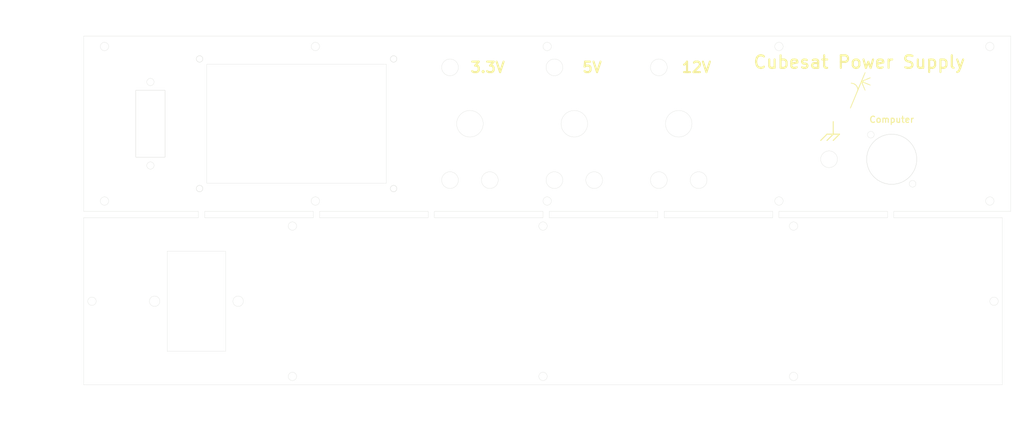
<source format=kicad_pcb>
(kicad_pcb (version 20211014) (generator pcbnew)
  (layers (0 "F.Cu" signal) (31 "B.Cu" signal) (34 "B.Paste" user) (35 "F.Paste" user) (36 "B.SilkS" user "B.Silkscreen") (37 "F.SilkS" user "F.Silkscreen") (38 "B.Mask" user) (39 "F.Mask" user) (44 "Edge.Cuts" user))
  (net 0 "")
  (footprint "LOGO" (layer "F.Cu") (at 452.196 102.520907)
    (fp_text reference "G***")
    (fp_text value "LOGO" hide)
    (fp_poly (pts (xy 2.169116 -5.215575) (xy 2.219106 -5.180761) (xy 2.227518 -5.094701) (xy 2.180634 -4.899819) (xy 2.075002 -4.586326) (xy 1.90717 -4.144434) (xy 1.673685 -3.564358) (xy 1.505967 -3.158685) (xy 1.285495 -2.626482) (xy 1.089696 -2.148422) (xy 0.92714 -1.745885) (xy 0.806401 -1.440246) (xy 0.73605 -1.252884) (xy 0.721613 -1.202661) (xy 0.80187 -1.226621) (xy 1.016493 -1.307352) (xy 1.343666 -1.436191) (xy 1.761576 -1.604473) (xy 2.248408 -1.803537) (xy 2.58705 -1.943495) (xy 3.115874 -2.160303) (xy 3.598754 -2.353298) (xy 4.01177 -2.51332) (xy 4.331002 -2.631209) (xy 4.532533 -2.697806) (xy 4.586989 -2.709334) (xy 4.718549 -2.64193) (xy 4.741333 -2.552995) (xy 4.710937 -2.489583) (xy 4.609255 -2.408444) (xy 4.420543 -2.30179) (xy 4.129059 -2.161831) (xy 3.719059 -1.980778) (xy 3.174801 -1.75084) (xy 2.83783 -1.611154) (xy 2.31242 -1.391371) (xy 1.845602 -1.190395) (xy 1.458167 -1.01765) (xy 1.170907 -0.882558) (xy 1.004612 -0.794542) (xy 0.971586 -0.765366) (xy 1.057284 -0.717396) (xy 1.277569 -0.615452) (xy 1.610131 -0.469247) (xy 2.032658 -0.288497) (xy 2.522839 -0.082915) (xy 2.843338 0.049626) (xy 3.364579 0.267919) (xy 3.83193 0.471002) (xy 4.222919 0.648508) (xy 4.515072 0.790068) (xy 4.685916 0.885314) (xy 4.720824 0.915857) (xy 4.707555 1.068462) (xy 4.672363 1.118836) (xy 4.586902 1.128158) (xy 4.394631 1.082717) (xy 4.085221 0.978893) (xy 3.648345 0.813066) (xy 3.073678 0.581615) (xy 2.70595 0.429538) (xy 2.180759 0.21342) (xy 1.70856 0.02403) (xy 1.311325 -0.130223) (xy 1.011027 -0.240928) (xy 0.829639 -0.299674) (xy 0.785385 -0.305609) (xy 0.803688 -0.218037) (xy 0.879487 0.003551) (xy 1.004407 0.337176) (xy 1.170073 0.760859) (xy 1.368109 1.25262) (xy 1.518107 1.617381) (xy 1.779678 2.255918) (xy 1.975222 2.75426) (xy 2.108238 3.126615) (xy 2.182221 3.387189) (xy 2.20067 3.550191) (xy 2.16708 3.629828) (xy 2.08495 3.640308) (xy 2.010558 3.618065) (xy 1.943114 3.528875) (xy 1.825101 3.307296) (xy 1.668398 2.978336) (xy 1.484883 2.567005) (xy 1.286434 2.098311) (xy 1.271326 2.061656) (xy 1.000508 1.403187) (xy 0.787042 0.885493) (xy 0.623438 0.492926) (xy 0.502207 0.209833) (xy 0.415858 0.020566) (xy 0.356903 -0.090527) (xy 0.317852 -0.139096) (xy 0.291215 -0.140792) (xy 0.269503 -0.111265) (xy 0.249492 -0.073605) (xy 0.205442 0.025077) (xy 0.101911 0.267886) (xy -0.05594 0.642444) (xy -0.262946 1.13637) (xy -0.513943 1.737284) (xy -0.803768 2.432806) (xy -1.127257 3.210556) (xy -1.479246 4.058156) (xy -1.854572 4.963224) (xy -2.24807 5.913381) (xy -2.293139 6.022285) (xy -2.688299 6.975896) (xy -3.066109 7.885073) (xy -3.421393 8.737518) (xy -3.748977 9.520933) (xy -4.043684 10.223019) (xy -4.300339 10.831479) (xy -4.513767 11.334014) (xy -4.678792 11.718325) (xy -4.790238 11.972115) (xy -4.842931 12.083086) (xy -4.845016 12.086166) (xy -4.987603 12.185951) (xy -5.103752 12.12529) (xy -5.133332 12.066869) (xy -5.119443 11.9472) (xy -5.048522 11.703796) (xy -4.931128 11.368176) (xy -4.777825 10.971862) (xy -4.714897 10.818036) (xy -4.194726 9.565077) (xy -3.735547 8.458899) (xy -3.333625 7.48981) (xy -2.985223 6.648117) (xy -2.686607 5.924127) (xy -2.434041 5.308147) (xy -2.223789 4.790486) (xy -2.052116 4.361449) (xy -1.915286 4.011345) (xy -1.809564 3.730481) (xy -1.731214 3.509164) (xy -1.676501 3.337701) (xy -1.641688 3.2064) (xy -1.623042 3.105568) (xy -1.616825 3.025513) (xy -1.619303 2.956541) (xy -1.626739 2.888959) (xy -1.634249 2.824599) (xy -1.74385 2.356689) (xy -1.961455 1.858593) (xy -2.253928 1.393686) (xy -2.56363 1.047057) (xy -3.046338 0.700837) (xy -3.616245 0.433192) (xy -4.199414 0.27732) (xy -4.310942 0.2625) (xy -4.585192 0.223879) (xy -4.728757 0.171837) (xy -4.780224 0.088401) (xy -4.783667 0.042333) (xy -4.763194 -0.057498) (xy -4.674161 -0.105954) (xy -4.475148 -0.11816) (xy -4.349704 -0.116138) (xy -3.691629 -0.018173) (xy -3.055144 0.230639) (xy -2.4719 0.612114) (xy -1.973547 1.108065) (xy -1.792329 1.353348) (xy -1.612729 1.646002) (xy -1.470368 1.921262) (xy -1.39714 2.116031) (xy -1.339679 2.293924) (xy -1.27845 2.370599) (xy -1.276958 2.370666) (xy -1.232851 2.294817) (xy -1.131146 2.077346) (xy -0.978336 1.733364) (xy -0.780916 1.277985) (xy -0.545381 0.726321) (xy -0.278223 0.093485) (xy 0.014063 -0.60541) (xy 0.324983 -1.355253) (xy 0.346148 -1.406522) (xy 0.659514 -2.161271) (xy 0.956387 -2.867551) (xy 1.230052 -3.509997) (xy 1.473793 -4.073248) (xy 1.680894 -4.541943) (xy 1.844641 -4.900717) (xy 1.958317 -5.134209) (xy 2.015209 -5.227056) (xy 2.016524 -5.227765)) (layer "F.SilkS") (width 0) (fill solid))
  )
  (gr_line (start 436 127) (end 442 127) (layer "F.SilkS") (width 0.5))
  (gr_line (start 439 127) (end 436 130) (layer "F.SilkS") (width 0.5))
  (gr_line (start 439 127) (end 439 121) (layer "F.SilkS") (width 0.5))
  (gr_line (start 433 130) (end 436 127) (layer "F.SilkS") (width 0.5))
  (gr_line (start 442 127) (end 439 130) (layer "F.SilkS") (width 0.5))
  (gr_line (start 413 164) (end 465 164) (layer "Edge.Cuts") (width 0.1))
  (gr_circle (center 300 243) (end 302 243) (layer "Edge.Cuts") (width 0.1) (fill none))
  (gr_circle (center 302 159) (end 304 159) (layer "Edge.Cuts") (width 0.1) (fill none))
  (gr_line (start 135 164) (end 80 164) (layer "Edge.Cuts") (width 0.1))
  (gr_circle (center 315 122) (end 321.35 122) (layer "Edge.Cuts") (width 0.1) (fill none))
  (gr_line (start 465 164) (end 465 167) (layer "Edge.Cuts") (width 0.1))
  (gr_line (start 300 167) (end 248 167) (layer "Edge.Cuts") (width 0.1))
  (gr_circle (center 324.525 149) (end 328.525 149) (layer "Edge.Cuts") (width 0.1) (fill none))
  (gr_circle (center 302 85) (end 304 85) (layer "Edge.Cuts") (width 0.1) (fill none))
  (gr_line (start 248 167) (end 248 164) (layer "Edge.Cuts") (width 0.1))
  (gr_circle (center 477 150.75) (end 478.6 150.75) (layer "Edge.Cuts") (width 0.1) (fill none))
  (gr_line (start 80 164) (end 80 80) (layer "Edge.Cuts") (width 0.1))
  (gr_circle (center 265 122) (end 271.35 122) (layer "Edge.Cuts") (width 0.1) (fill none))
  (gr_line (start 80 80) (end 524 80) (layer "Edge.Cuts") (width 0.1))
  (gr_circle (center 413 85) (end 415 85) (layer "Edge.Cuts") (width 0.1) (fill none))
  (gr_circle (center 355.475 95) (end 359.475 95) (layer "Edge.Cuts") (width 0.1) (fill none))
  (gr_line (start 468 164) (end 468 167) (layer "Edge.Cuts") (width 0.1))
  (gr_line (start 524 80) (end 524 164) (layer "Edge.Cuts") (width 0.1))
  (gr_line (start 520 247) (end 80 247) (layer "Edge.Cuts") (width 0.1))
  (gr_circle (center 228.46 153.04) (end 230.01 153.04) (layer "Edge.Cuts") (width 0.15) (fill none))
  (gr_circle (center 135.54 153.04) (end 137.09 153.04) (layer "Edge.Cuts") (width 0.15) (fill none))
  (gr_circle (center 191 85) (end 193 85) (layer "Edge.Cuts") (width 0.1) (fill none))
  (gr_line (start 465 167) (end 413 167) (layer "Edge.Cuts") (width 0.1))
  (gr_line (start 468 167) (end 520 167) (layer "Edge.Cuts") (width 0.1))
  (gr_circle (center 112 102) (end 113.75 102) (layer "Edge.Cuts") (width 0.1) (fill none))
  (gr_circle (center 305.475 95) (end 309.475 95) (layer "Edge.Cuts") (width 0.1) (fill none))
  (gr_circle (center 516 207) (end 516 209) (layer "Edge.Cuts") (width 0.1) (fill none))
  (gr_line (start 413 167) (end 413 164) (layer "Edge.Cuts") (width 0.1))
  (gr_circle (center 437 139) (end 441 139) (layer "Edge.Cuts") (width 0.1) (fill none))
  (gr_circle (center 420 171) (end 422 171) (layer "Edge.Cuts") (width 0.1) (fill none))
  (gr_line (start 245 164) (end 245 167) (layer "Edge.Cuts") (width 0.1))
  (gr_line (start 355 167) (end 303 167) (layer "Edge.Cuts") (width 0.1))
  (gr_line (start 358 164) (end 410 164) (layer "Edge.Cuts") (width 0.1))
  (gr_line (start 520 167) (end 520 247) (layer "Edge.Cuts") (width 0.1))
  (gr_circle (center 228.46 90.96) (end 230.01 90.96) (layer "Edge.Cuts") (width 0.15) (fill none))
  (gr_line (start 303 167) (end 303 164) (layer "Edge.Cuts") (width 0.1))
  (gr_rect (start 148 183) (end 120 231) (layer "Edge.Cuts") (width 0.1) (fill none))
  (gr_line (start 193 164) (end 245 164) (layer "Edge.Cuts") (width 0.1))
  (gr_line (start 410 167) (end 358 167) (layer "Edge.Cuts") (width 0.1))
  (gr_rect (start 105 106) (end 119 138) (layer "Edge.Cuts") (width 0.15) (fill none))
  (gr_circle (center 413 159) (end 415 159) (layer "Edge.Cuts") (width 0.1) (fill none))
  (gr_line (start 80 247) (end 80 167) (layer "Edge.Cuts") (width 0.1))
  (gr_line (start 135 167) (end 135 164) (layer "Edge.Cuts") (width 0.1))
  (gr_circle (center 365 122) (end 371.35 122) (layer "Edge.Cuts") (width 0.1) (fill none))
  (gr_circle (center 514 159) (end 516 159) (layer "Edge.Cuts") (width 0.1) (fill none))
  (gr_circle (center 90 85) (end 92 85) (layer "Edge.Cuts") (width 0.1) (fill none))
  (gr_circle (center 112 142) (end 110.25 142) (layer "Edge.Cuts") (width 0.1) (fill none))
  (gr_circle (center 355.475 149) (end 359.475 149) (layer "Edge.Cuts") (width 0.1) (fill none))
  (gr_circle (center 154 207) (end 151.5 207) (layer "Edge.Cuts") (width 0.1) (fill none))
  (gr_circle (center 90 159) (end 92 159) (layer "Edge.Cuts") (width 0.1) (fill none))
  (gr_line (start 358 167) (end 358 164) (layer "Edge.Cuts") (width 0.1))
  (gr_line (start 190 167) (end 190 164) (layer "Edge.Cuts") (width 0.1))
  (gr_circle (center 300 171) (end 302 171) (layer "Edge.Cuts") (width 0.1) (fill none))
  (gr_circle (center 374.525 149) (end 378.525 149) (layer "Edge.Cuts") (width 0.1) (fill none))
  (gr_circle (center 274.525 149) (end 278.525 149) (layer "Edge.Cuts") (width 0.1) (fill none))
  (gr_line (start 355 164) (end 355 167) (layer "Edge.Cuts") (width 0.1))
  (gr_line (start 245 167) (end 193 167) (layer "Edge.Cuts") (width 0.1))
  (gr_circle (center 305.475 149) (end 309.475 149) (layer "Edge.Cuts") (width 0.1) (fill none))
  (gr_circle (center 467 139) (end 479 139) (layer "Edge.Cuts") (width 0.15) (fill none))
  (gr_circle (center 180 243) (end 182 243) (layer "Edge.Cuts") (width 0.1) (fill none))
  (gr_circle (center 420 243) (end 422 243) (layer "Edge.Cuts") (width 0.1) (fill none))
  (gr_circle (center 457 127.25) (end 458.6 127.25) (layer "Edge.Cuts") (width 0.1) (fill none))
  (gr_circle (center 514 85) (end 516 85) (layer "Edge.Cuts") (width 0.1) (fill none))
  (gr_circle (center 84 207) (end 84 209) (layer "Edge.Cuts") (width 0.1) (fill none))
  (gr_line (start 193 167) (end 193 164) (layer "Edge.Cuts") (width 0.1))
  (gr_line (start 303 164) (end 355 164) (layer "Edge.Cuts") (width 0.1))
  (gr_line (start 248 164) (end 300 164) (layer "Edge.Cuts") (width 0.1))
  (gr_line (start 300 164) (end 300 167) (layer "Edge.Cuts") (width 0.1))
  (gr_line (start 138 167) (end 138 164) (layer "Edge.Cuts") (width 0.1))
  (gr_circle (center 114 207) (end 116.5 207) (layer "Edge.Cuts") (width 0.1) (fill none))
  (gr_circle (center 180 171) (end 182 171) (layer "Edge.Cuts") (width 0.1) (fill none))
  (gr_line (start 138 164) (end 190 164) (layer "Edge.Cuts") (width 0.1))
  (gr_line (start 80 167) (end 135 167) (layer "Edge.Cuts") (width 0.1))
  (gr_rect (start 225 93.5) (end 139 150.5) (layer "Edge.Cuts") (width 0.1) (fill none))
  (gr_circle (center 255.475 95) (end 259.475 95) (layer "Edge.Cuts") (width 0.1) (fill none))
  (gr_line (start 410 164) (end 410 167) (layer "Edge.Cuts") (width 0.1))
  (gr_circle (center 255.475 149) (end 259.475 149) (layer "Edge.Cuts") (width 0.1) (fill none))
  (gr_line (start 190 167) (end 138 167) (layer "Edge.Cuts") (width 0.1))
  (gr_circle (center 135.54 90.96) (end 137.09 90.96) (layer "Edge.Cuts") (width 0.15) (fill none))
  (gr_line (start 524 164) (end 468 164) (layer "Edge.Cuts") (width 0.1))
  (gr_circle (center 191 159) (end 193 159) (layer "Edge.Cuts") (width 0.1) (fill none))
  (gr_text "Cubesat Power Supply" (at 451.5 92.5) (layer "F.SilkS") (effects (font (size 6 6) (thickness 1))))
  (gr_text "5V" (at 323.5 95) (layer "F.SilkS") (effects (font (size 5 5) (thickness 1))))
  (gr_text "12V" (at 373.5 95) (layer "F.SilkS") (effects (font (size 5 5) (thickness 1))))
  (gr_text "Computer" (at 467 120) (layer "F.SilkS") (effects (font (size 3 3) (thickness 0.5))))
  (gr_text "3.3V" (at 273.5 95) (layer "F.SilkS") (effects (font (size 5 5) (thickness 1))))
)
</source>
